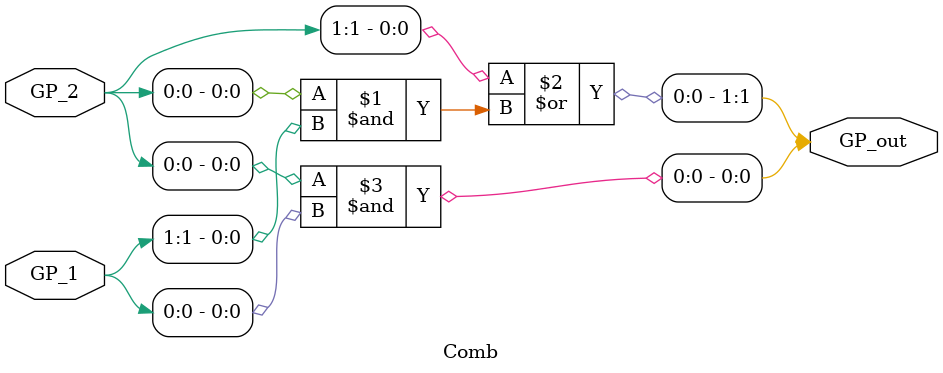
<source format=v>
module Han_Carlson_adder_32#(parameter N = 32)(input [N-1:0]A,B,
                                                input Cin, 
                                                output [N-1:0] P,G,
                                                output [N-1:0] Sum
                                                //,Cout
                                                );

genvar i;
genvar j;


assign P = A^B;
assign G = A&B;


////////////////////////////layer 1
wire [N-1:0] G1, P1;

generate 
    for (i = 31; i > 0 ; i = i-2)
        begin
        Comb Layer_1(.GP_2({G[i],P[i]}), .GP_1({G[i-1],P[i-1]}),
                     .GP_out({G1[i],P1[i]}));
        assign G1[i-1] = G[i-1];
        assign P1[i-1] = P[i-1];
        end
endgenerate  

///////////////////////////layer 2

wire [N-1:0] G2,P2;

generate
    for(i = 31;i > 0;i = i-4)
        begin
        ////////generate combinational blocks
        Comb Layer_2(.GP_2({G1[i],P1[i]}), .GP_1({G1[i-2],P1[i-2]}),
                             .GP_out({G2[i],P2[i]}));
           
                
        assign  G2[i-1:i-3] = G1[i-1:i-3];
        assign  P2[i-1:i-3] = P1[i-1:i-3];  
                      
       

        end
endgenerate

//////////////////////////layer 3

wire [N-1:0] G3,P3;

generate
    for(i = 31;i > 6;i = i-4)
        begin
        ////////generate combinational blocks
        Comb Layer_3(.GP_2({G2[i],P2[i]}), .GP_1({G2[i-4],P2[i-4]}),
                             .GP_out({G3[i],P3[i]}));
            
                
        assign  G3[i-1:i-3] = G2[i-1:i-3];
        assign  P3[i-1:i-3] = P2[i-1:i-3];  
                      
          

        end

endgenerate
        assign  G3[3:0] = G2[3:0];
        assign  P3[3:0] = P2[3:0];

//////////////////////////layer 4

wire [N-1:0] G4,P4;

generate
   for(i = 31;i > 10;i = i-4)
        begin
        ////////generate combinational blocks
        Comb Layer_4(.GP_2({G3[i],P3[i]}), .GP_1({G3[i-8],P3[i-8]}),
                             .GP_out({G4[i],P4[i]}));
        

                
            assign  G4[i-1:i-3] = G3[i-1:i-3];
            assign  P4[i-1:i-3] = P3[i-1:i-3]; 

        end
        
       assign  G4[7:0] = G3[7:0];
       assign  P4[7:0] = P3[7:0];
endgenerate                    


//////////////////////////layer 5

wire [N-1:0] G5,P5;

generate
   for(i = 31;i > 18;i = i-4)
        begin
        ////////generate combinational blocks
        Comb Layer_4(.GP_2({G4[i],P4[i]}), .GP_1({G4[i-16],P4[i-16]}),
                             .GP_out({G5[i],P5[i]}));
        

                
            assign  G5[i-1:i-3] = G4[i-1:i-3];
            assign  P5[i-1:i-3] = P4[i-1:i-3]; 

        end
        
       assign  G5[15:0] = G4[15:0];
       assign  P5[15:0] = P4[15:0];
endgenerate  


//////////////////////////layer 6

wire [N-1:0] G6,P6;

generate
    assign  G6[31:30] = G5[31:30];
    assign  P6[31:30] = P5[31:30];
    for(i = 29;i >= 5;i = i-4)
        begin
        ////////generate combinational blocks
            
            
            Comb Layer_7(.GP_2({G5[i],P5[i]}), .GP_1({G5[i-2],P5[i-2]}),
                             .GP_out({G6[i],P6[i]}));
            
            assign  G6[i-1:i-3] = G5[i-1:i-3];
            assign  P6[i-1:i-3] = P5[i-1:i-3]; 
          

        end
        
    assign  G6[1:0] = G5[1:0];
    assign  P6[1:0] = P5[1:0];
endgenerate


//////////////////////////layer 7

wire [N-1:0] G7,P7;

generate
    assign  G7[31] = G6[31];
    assign  P7[31] = P6[31];
    for(i = 30;i > 0;i = i-2)
        begin
        ////////generate combinational blocks
            
            
            Comb Layer_8(.GP_2({G6[i],P6[i]}), .GP_1({G6[i-1],P6[i-1]}),
                             .GP_out({G7[i],P7[i]}));
            
            assign  G7[i-1] = G6[i-1];
            assign  P7[i-1] = P6[i-1]; 
          

        end
        
    assign  G7[0] = G6[0];
    assign  P7[0] = P6[0];
endgenerate



/////////////////////////////////Final Adders

wire [N-1:0] cin;
wire [N:0] G_final;
wire [N:0] P_final;


assign G_final = {G7, 1'b0};
assign P_final = {P7, 1'b1};
generate
    for(i = 0; i < 32; i = i + 1)
        begin
        assign cin[i] = G_final[i]|P_final[i]&Cin  ;      
        assign Sum[i] = cin[i]^P[i];
        end
endgenerate

endmodule



module FA(input A , B, Cin,
        output Cout, Sum
         );
    
    assign Sum = A^B^Cin;
    assign Cout = A&B|B&Cin|A&Cin;
    
endmodule

////////////////////////////////////////////////////////////////////////////////////

module Comb(input [1:0] GP_2, GP_1, 
            output [1:0] GP_out);
//1->G,0->P
assign GP_out[1] = GP_2[1]|(GP_2[0]&GP_1[1]);
assign GP_out[0] = GP_2[0]&GP_1[0];

endmodule
</source>
